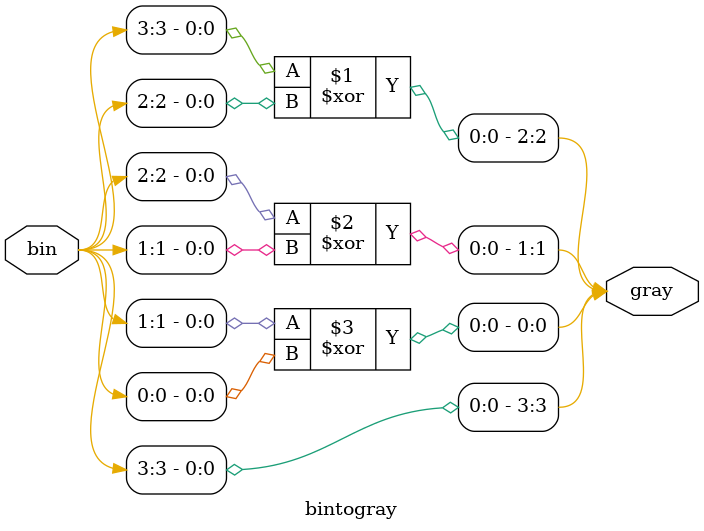
<source format=v>
module bintogray (
    input wire[3:0] bin,
    output wire[3:0] gray
);

assign gray[3] = bin[3];
assign gray[2] = bin[3] ^ bin[2];
assign gray[1] = bin[2] ^ bin[1];
assign gray[0] = bin[1] ^ bin[0];

endmodule
</source>
